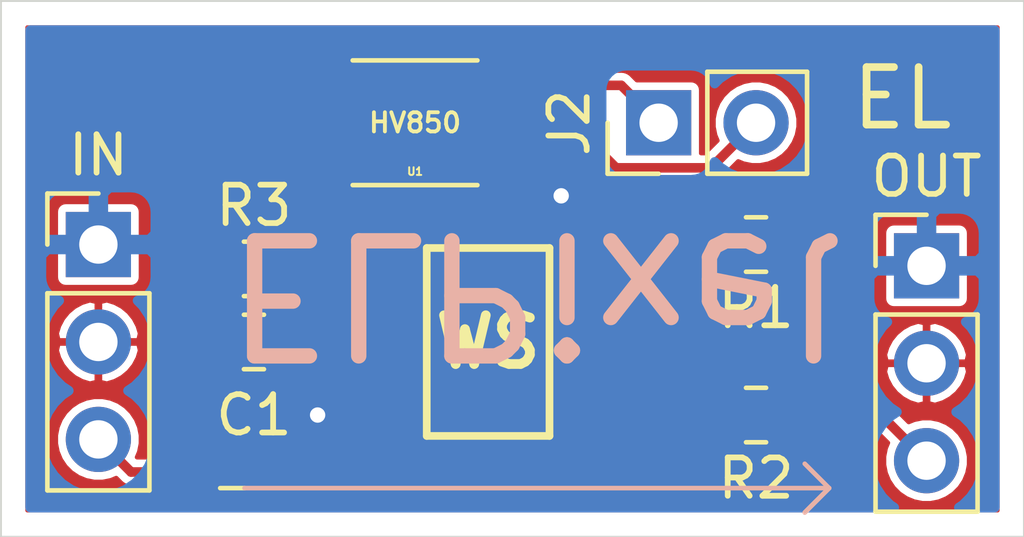
<source format=kicad_pcb>
(kicad_pcb (version 20171130) (host pcbnew 5.1.5+dfsg1-2build2)

  (general
    (thickness 1.6)
    (drawings 15)
    (tracks 34)
    (zones 0)
    (modules 9)
    (nets 11)
  )

  (page A4)
  (layers
    (0 F.Cu signal hide)
    (31 B.Cu signal hide)
    (32 B.Adhes user hide)
    (33 F.Adhes user hide)
    (34 B.Paste user hide)
    (35 F.Paste user hide)
    (36 B.SilkS user hide)
    (37 F.SilkS user)
    (38 B.Mask user)
    (39 F.Mask user hide)
    (40 Dwgs.User user)
    (41 Cmts.User user hide)
    (42 Eco1.User user hide)
    (43 Eco2.User user)
    (44 Edge.Cuts user)
    (45 Margin user)
    (46 B.CrtYd user)
    (47 F.CrtYd user)
    (48 B.Fab user)
    (49 F.Fab user)
  )

  (setup
    (last_trace_width 0.25)
    (trace_clearance 0.1)
    (zone_clearance 0.2)
    (zone_45_only no)
    (trace_min 0.2)
    (via_size 0.8)
    (via_drill 0.4)
    (via_min_size 0.4)
    (via_min_drill 0.3)
    (uvia_size 0.3)
    (uvia_drill 0.1)
    (uvias_allowed no)
    (uvia_min_size 0.2)
    (uvia_min_drill 0.1)
    (edge_width 0.05)
    (segment_width 0.2)
    (pcb_text_width 0.3)
    (pcb_text_size 1.5 1.5)
    (mod_edge_width 0.12)
    (mod_text_size 1 1)
    (mod_text_width 0.15)
    (pad_size 1.524 0.4572)
    (pad_drill 0)
    (pad_to_mask_clearance 0.051)
    (solder_mask_min_width 0.25)
    (aux_axis_origin 0 0)
    (visible_elements FFFDFF7F)
    (pcbplotparams
      (layerselection 0x010fc_ffffffff)
      (usegerberextensions false)
      (usegerberattributes false)
      (usegerberadvancedattributes false)
      (creategerberjobfile false)
      (excludeedgelayer true)
      (linewidth 0.100000)
      (plotframeref false)
      (viasonmask false)
      (mode 1)
      (useauxorigin false)
      (hpglpennumber 1)
      (hpglpenspeed 20)
      (hpglpendiameter 15.000000)
      (psnegative false)
      (psa4output false)
      (plotreference true)
      (plotvalue true)
      (plotinvisibletext false)
      (padsonsilk false)
      (subtractmaskfromsilk false)
      (outputformat 1)
      (mirror false)
      (drillshape 0)
      (scaleselection 1)
      (outputdirectory "v0"))
  )

  (net 0 "")
  (net 1 "Net-(IC1-Pad1)")
  (net 2 GND)
  (net 3 "Net-(IC1-Pad5)")
  (net 4 "Net-(IC1-Pad6)")
  (net 5 "Net-(J3-Pad3)")
  (net 6 "Net-(J1-Pad3)")
  (net 7 +5V)
  (net 8 "Net-(J2-Pad2)")
  (net 9 "Net-(J2-Pad1)")
  (net 10 "Net-(R3-Pad2)")

  (net_class Default "This is the default net class."
    (clearance 0.1)
    (trace_width 0.25)
    (via_dia 0.8)
    (via_drill 0.4)
    (uvia_dia 0.3)
    (uvia_drill 0.1)
    (add_net +5V)
    (add_net GND)
    (add_net "Net-(IC1-Pad1)")
    (add_net "Net-(IC1-Pad5)")
    (add_net "Net-(IC1-Pad6)")
    (add_net "Net-(J1-Pad3)")
    (add_net "Net-(J2-Pad1)")
    (add_net "Net-(J2-Pad2)")
    (add_net "Net-(J3-Pad3)")
    (add_net "Net-(R3-Pad2)")
  )

  (module ul_HV850:HV850MG-G (layer F.Cu) (tedit 6254586D) (tstamp 62556F17)
    (at 145.415 95.885)
    (path /62545F2B)
    (fp_text reference U1 (at 0 1.27) (layer F.SilkS)
      (effects (font (size 0.2 0.2) (thickness 0.05)))
    )
    (fp_text value HV850 (at 0 0) (layer F.SilkS)
      (effects (font (size 0.5 0.5) (thickness 0.1)))
    )
    (fp_arc (start 0 -1.4986) (end -0.3048 -1.4986) (angle -180) (layer F.Fab) (width 0.1))
    (fp_line (start -1.4986 -1.4986) (end -1.4986 1.4986) (layer F.Fab) (width 0.1))
    (fp_line (start 1.4986 -1.4986) (end -1.4986 -1.4986) (layer F.Fab) (width 0.1))
    (fp_line (start 1.4986 1.4986) (end 1.4986 -1.4986) (layer F.Fab) (width 0.1))
    (fp_line (start -1.4986 1.4986) (end 1.4986 1.4986) (layer F.Fab) (width 0.1))
    (fp_line (start 1.6256 -1.6256) (end -1.6256 -1.6256) (layer F.SilkS) (width 0.12))
    (fp_line (start -1.6256 1.6256) (end 1.6256 1.6256) (layer F.SilkS) (width 0.12))
    (fp_line (start 2.4511 -1.1782) (end 1.4986 -1.1782) (layer F.Fab) (width 0.1))
    (fp_line (start 2.4511 -0.7718) (end 2.4511 -1.1782) (layer F.Fab) (width 0.1))
    (fp_line (start 1.4986 -0.7718) (end 2.4511 -0.7718) (layer F.Fab) (width 0.1))
    (fp_line (start 1.4986 -1.1782) (end 1.4986 -0.7718) (layer F.Fab) (width 0.1))
    (fp_line (start 2.4511 -0.5282) (end 1.4986 -0.5282) (layer F.Fab) (width 0.1))
    (fp_line (start 2.4511 -0.1218) (end 2.4511 -0.5282) (layer F.Fab) (width 0.1))
    (fp_line (start 1.4986 -0.1218) (end 2.4511 -0.1218) (layer F.Fab) (width 0.1))
    (fp_line (start 1.4986 -0.5282) (end 1.4986 -0.1218) (layer F.Fab) (width 0.1))
    (fp_line (start 2.4511 0.1218) (end 1.4986 0.1218) (layer F.Fab) (width 0.1))
    (fp_line (start 2.4511 0.5282) (end 2.4511 0.1218) (layer F.Fab) (width 0.1))
    (fp_line (start 1.4986 0.5282) (end 2.4511 0.5282) (layer F.Fab) (width 0.1))
    (fp_line (start 1.4986 0.1218) (end 1.4986 0.5282) (layer F.Fab) (width 0.1))
    (fp_line (start 2.4511 0.7718) (end 1.4986 0.7718) (layer F.Fab) (width 0.1))
    (fp_line (start 2.4511 1.1782) (end 2.4511 0.7718) (layer F.Fab) (width 0.1))
    (fp_line (start 1.4986 1.1782) (end 2.4511 1.1782) (layer F.Fab) (width 0.1))
    (fp_line (start 1.4986 0.7718) (end 1.4986 1.1782) (layer F.Fab) (width 0.1))
    (fp_line (start -2.4511 1.1782) (end -1.4986 1.1782) (layer F.Fab) (width 0.1))
    (fp_line (start -2.4511 0.7718) (end -2.4511 1.1782) (layer F.Fab) (width 0.1))
    (fp_line (start -1.4986 0.7718) (end -2.4511 0.7718) (layer F.Fab) (width 0.1))
    (fp_line (start -1.4986 1.1782) (end -1.4986 0.7718) (layer F.Fab) (width 0.1))
    (fp_line (start -2.4511 0.5282) (end -1.4986 0.5282) (layer F.Fab) (width 0.1))
    (fp_line (start -2.4511 0.1218) (end -2.4511 0.5282) (layer F.Fab) (width 0.1))
    (fp_line (start -1.4986 0.1218) (end -2.4511 0.1218) (layer F.Fab) (width 0.1))
    (fp_line (start -1.4986 0.5282) (end -1.4986 0.1218) (layer F.Fab) (width 0.1))
    (fp_line (start -2.4511 -0.1218) (end -1.4986 -0.1218) (layer F.Fab) (width 0.1))
    (fp_line (start -2.4511 -0.5282) (end -2.4511 -0.1218) (layer F.Fab) (width 0.1))
    (fp_line (start -1.4986 -0.5282) (end -2.4511 -0.5282) (layer F.Fab) (width 0.1))
    (fp_line (start -1.4986 -0.1218) (end -1.4986 -0.5282) (layer F.Fab) (width 0.1))
    (fp_line (start -2.4511 -0.7718) (end -1.4986 -0.7718) (layer F.Fab) (width 0.1))
    (fp_line (start -2.4511 -1.1782) (end -2.4511 -0.7718) (layer F.Fab) (width 0.1))
    (fp_line (start -1.4986 -1.1782) (end -2.4511 -1.1782) (layer F.Fab) (width 0.1))
    (fp_line (start -1.4986 -0.7718) (end -1.4986 -1.1782) (layer F.Fab) (width 0.1))
    (fp_text user "Copyright 2021 Accelerated Designs. All rights reserved." (at 0 0) (layer Cmts.User)
      (effects (font (size 0.127 0.127) (thickness 0.002)))
    )
    (fp_line (start 3.048 -1.778) (end -3.048 -1.778) (layer F.CrtYd) (width 0.12))
    (fp_line (start -3.048 -1.778) (end -3.048 1.778) (layer F.CrtYd) (width 0.12))
    (fp_line (start -3.048 1.778) (end 3.048 1.778) (layer F.CrtYd) (width 0.12))
    (fp_line (start 3.048 1.778) (end 3.048 -1.778) (layer F.CrtYd) (width 0.12))
    (pad 8 smd rect (at 2.0447 -0.974999) (size 1.524 0.4572) (layers F.Cu F.Paste F.Mask)
      (net 9 "Net-(J2-Pad1)"))
    (pad 7 smd rect (at 2.0447 -0.325001) (size 1.524 0.4572) (layers F.Cu F.Paste F.Mask)
      (net 8 "Net-(J2-Pad2)"))
    (pad 6 smd rect (at 2.0447 0.325001) (size 1.524 0.4572) (layers F.Cu F.Paste F.Mask)
      (net 2 GND))
    (pad 5 smd rect (at 2.0447 0.974999) (size 1.524 0.4572) (layers F.Cu F.Paste F.Mask)
      (net 2 GND))
    (pad 4 smd rect (at -2.0447 0.974999) (size 1.524 0.4572) (layers F.Cu F.Paste F.Mask)
      (net 2 GND))
    (pad 3 smd rect (at -2.0447 0.325001) (size 1.524 0.4572) (layers F.Cu F.Paste F.Mask)
      (net 1 "Net-(IC1-Pad1)"))
    (pad 2 smd rect (at -2.0447 -0.325001) (size 1.524 0.4572) (layers F.Cu F.Paste F.Mask)
      (net 10 "Net-(R3-Pad2)"))
    (pad 1 smd rect (at -2.0447 -0.974999) (size 1.524 0.4572) (layers F.Cu F.Paste F.Mask)
      (net 7 +5V))
  )

  (module Connector_PinHeader_2.54mm:PinHeader_1x02_P2.54mm_Vertical (layer F.Cu) (tedit 59FED5CC) (tstamp 6254A815)
    (at 151.765 95.885 90)
    (descr "Through hole straight pin header, 1x02, 2.54mm pitch, single row")
    (tags "Through hole pin header THT 1x02 2.54mm single row")
    (path /62548731)
    (fp_text reference J2 (at 0 -2.33 90) (layer F.SilkS)
      (effects (font (size 1 1) (thickness 0.15)))
    )
    (fp_text value "EL Conn" (at 0 4.87 90) (layer F.Fab)
      (effects (font (size 1 1) (thickness 0.15)))
    )
    (fp_text user %R (at 0 1.27) (layer F.Fab)
      (effects (font (size 1 1) (thickness 0.15)))
    )
    (fp_line (start 1.8 -1.8) (end -1.8 -1.8) (layer F.CrtYd) (width 0.05))
    (fp_line (start 1.8 4.35) (end 1.8 -1.8) (layer F.CrtYd) (width 0.05))
    (fp_line (start -1.8 4.35) (end 1.8 4.35) (layer F.CrtYd) (width 0.05))
    (fp_line (start -1.8 -1.8) (end -1.8 4.35) (layer F.CrtYd) (width 0.05))
    (fp_line (start -1.33 -1.33) (end 0 -1.33) (layer F.SilkS) (width 0.12))
    (fp_line (start -1.33 0) (end -1.33 -1.33) (layer F.SilkS) (width 0.12))
    (fp_line (start -1.33 1.27) (end 1.33 1.27) (layer F.SilkS) (width 0.12))
    (fp_line (start 1.33 1.27) (end 1.33 3.87) (layer F.SilkS) (width 0.12))
    (fp_line (start -1.33 1.27) (end -1.33 3.87) (layer F.SilkS) (width 0.12))
    (fp_line (start -1.33 3.87) (end 1.33 3.87) (layer F.SilkS) (width 0.12))
    (fp_line (start -1.27 -0.635) (end -0.635 -1.27) (layer F.Fab) (width 0.1))
    (fp_line (start -1.27 3.81) (end -1.27 -0.635) (layer F.Fab) (width 0.1))
    (fp_line (start 1.27 3.81) (end -1.27 3.81) (layer F.Fab) (width 0.1))
    (fp_line (start 1.27 -1.27) (end 1.27 3.81) (layer F.Fab) (width 0.1))
    (fp_line (start -0.635 -1.27) (end 1.27 -1.27) (layer F.Fab) (width 0.1))
    (pad 2 thru_hole oval (at 0 2.54 90) (size 1.7 1.7) (drill 1) (layers *.Cu *.Mask)
      (net 8 "Net-(J2-Pad2)"))
    (pad 1 thru_hole rect (at 0 0 90) (size 1.7 1.7) (drill 1) (layers *.Cu *.Mask)
      (net 9 "Net-(J2-Pad1)"))
    (model ${KISYS3DMOD}/Connector_PinHeader_2.54mm.3dshapes/PinHeader_1x02_P2.54mm_Vertical.wrl
      (at (xyz 0 0 0))
      (scale (xyz 1 1 1))
      (rotate (xyz 0 0 0))
    )
  )

  (module Resistor_SMD:R_0805_2012Metric_Pad1.15x1.40mm_HandSolder (layer F.Cu) (tedit 5B36C52B) (tstamp 6254AAF2)
    (at 141.215 99.695)
    (descr "Resistor SMD 0805 (2012 Metric), square (rectangular) end terminal, IPC_7351 nominal with elongated pad for handsoldering. (Body size source: https://docs.google.com/spreadsheets/d/1BsfQQcO9C6DZCsRaXUlFlo91Tg2WpOkGARC1WS5S8t0/edit?usp=sharing), generated with kicad-footprint-generator")
    (tags "resistor handsolder")
    (path /62549F27)
    (attr smd)
    (fp_text reference R3 (at 0 -1.65) (layer F.SilkS)
      (effects (font (size 1 1) (thickness 0.15)))
    )
    (fp_text value 500 (at 0 1.65) (layer F.Fab)
      (effects (font (size 1 1) (thickness 0.15)))
    )
    (fp_line (start -1 0.6) (end -1 -0.6) (layer F.Fab) (width 0.1))
    (fp_line (start -1 -0.6) (end 1 -0.6) (layer F.Fab) (width 0.1))
    (fp_line (start 1 -0.6) (end 1 0.6) (layer F.Fab) (width 0.1))
    (fp_line (start 1 0.6) (end -1 0.6) (layer F.Fab) (width 0.1))
    (fp_line (start -0.261252 -0.71) (end 0.261252 -0.71) (layer F.SilkS) (width 0.12))
    (fp_line (start -0.261252 0.71) (end 0.261252 0.71) (layer F.SilkS) (width 0.12))
    (fp_line (start -1.85 0.95) (end -1.85 -0.95) (layer F.CrtYd) (width 0.05))
    (fp_line (start -1.85 -0.95) (end 1.85 -0.95) (layer F.CrtYd) (width 0.05))
    (fp_line (start 1.85 -0.95) (end 1.85 0.95) (layer F.CrtYd) (width 0.05))
    (fp_line (start 1.85 0.95) (end -1.85 0.95) (layer F.CrtYd) (width 0.05))
    (fp_text user %R (at 0 0) (layer F.Fab)
      (effects (font (size 0.5 0.5) (thickness 0.08)))
    )
    (pad 1 smd roundrect (at -1.025 0) (size 1.15 1.4) (layers F.Cu F.Paste F.Mask) (roundrect_rratio 0.217391)
      (net 7 +5V))
    (pad 2 smd roundrect (at 1.025 0) (size 1.15 1.4) (layers F.Cu F.Paste F.Mask) (roundrect_rratio 0.217391)
      (net 10 "Net-(R3-Pad2)"))
    (model ${KISYS3DMOD}/Resistor_SMD.3dshapes/R_0805_2012Metric.wrl
      (at (xyz 0 0 0))
      (scale (xyz 1 1 1))
      (rotate (xyz 0 0 0))
    )
  )

  (module Capacitor_SMD:C_0805_2012Metric_Pad1.15x1.40mm_HandSolder (layer F.Cu) (tedit 5B36C52B) (tstamp 6254A7B7)
    (at 141.215 101.6)
    (descr "Capacitor SMD 0805 (2012 Metric), square (rectangular) end terminal, IPC_7351 nominal with elongated pad for handsoldering. (Body size source: https://docs.google.com/spreadsheets/d/1BsfQQcO9C6DZCsRaXUlFlo91Tg2WpOkGARC1WS5S8t0/edit?usp=sharing), generated with kicad-footprint-generator")
    (tags "capacitor handsolder")
    (path /62550672)
    (attr smd)
    (fp_text reference C1 (at 0 1.905) (layer F.SilkS)
      (effects (font (size 1 1) (thickness 0.15)))
    )
    (fp_text value 2.2uF (at 0 1.65) (layer F.Fab)
      (effects (font (size 1 1) (thickness 0.15)))
    )
    (fp_line (start -1 0.6) (end -1 -0.6) (layer F.Fab) (width 0.1))
    (fp_line (start -1 -0.6) (end 1 -0.6) (layer F.Fab) (width 0.1))
    (fp_line (start 1 -0.6) (end 1 0.6) (layer F.Fab) (width 0.1))
    (fp_line (start 1 0.6) (end -1 0.6) (layer F.Fab) (width 0.1))
    (fp_line (start -0.261252 -0.71) (end 0.261252 -0.71) (layer F.SilkS) (width 0.12))
    (fp_line (start -0.261252 0.71) (end 0.261252 0.71) (layer F.SilkS) (width 0.12))
    (fp_line (start -1.85 0.95) (end -1.85 -0.95) (layer F.CrtYd) (width 0.05))
    (fp_line (start -1.85 -0.95) (end 1.85 -0.95) (layer F.CrtYd) (width 0.05))
    (fp_line (start 1.85 -0.95) (end 1.85 0.95) (layer F.CrtYd) (width 0.05))
    (fp_line (start 1.85 0.95) (end -1.85 0.95) (layer F.CrtYd) (width 0.05))
    (fp_text user %R (at 0 0) (layer F.Fab)
      (effects (font (size 0.5 0.5) (thickness 0.08)))
    )
    (pad 1 smd roundrect (at -1.025 0) (size 1.15 1.4) (layers F.Cu F.Paste F.Mask) (roundrect_rratio 0.217391)
      (net 7 +5V))
    (pad 2 smd roundrect (at 1.025 0) (size 1.15 1.4) (layers F.Cu F.Paste F.Mask) (roundrect_rratio 0.217391)
      (net 2 GND))
    (model ${KISYS3DMOD}/Capacitor_SMD.3dshapes/C_0805_2012Metric.wrl
      (at (xyz 0 0 0))
      (scale (xyz 1 1 1))
      (rotate (xyz 0 0 0))
    )
  )

  (module WS2811-SOP8:SOIC127P600X175-8N (layer F.Cu) (tedit 624DD724) (tstamp 624E84DE)
    (at 147.32 101.6)
    (descr SOP-8_2021)
    (tags "Integrated Circuit")
    (path /624DF005)
    (attr smd)
    (fp_text reference WS (at 0 0) (layer F.SilkS)
      (effects (font (size 1.27 1.27) (thickness 0.254)))
    )
    (fp_text value WS2811-SOP8 (at 0 0) (layer F.SilkS) hide
      (effects (font (size 1.27 1.27) (thickness 0.254)))
    )
    (fp_line (start -3.725 -2.8) (end 3.725 -2.8) (layer Dwgs.User) (width 0.05))
    (fp_line (start 3.725 -2.8) (end 3.725 2.8) (layer Dwgs.User) (width 0.05))
    (fp_line (start 3.725 2.8) (end -3.725 2.8) (layer Dwgs.User) (width 0.05))
    (fp_line (start -3.725 2.8) (end -3.725 -2.8) (layer Dwgs.User) (width 0.05))
    (fp_line (start -1.95 -2.45) (end 1.95 -2.45) (layer Dwgs.User) (width 0.1))
    (fp_line (start 1.95 -2.45) (end 1.95 2.45) (layer Dwgs.User) (width 0.1))
    (fp_line (start 1.95 2.45) (end -1.95 2.45) (layer Dwgs.User) (width 0.1))
    (fp_line (start -1.95 2.45) (end -1.95 -2.45) (layer Dwgs.User) (width 0.1))
    (fp_line (start -1.95 -1.18) (end -0.68 -2.45) (layer Dwgs.User) (width 0.1))
    (fp_line (start -1.6 -2.45) (end 1.6 -2.45) (layer F.SilkS) (width 0.2))
    (fp_line (start 1.6 -2.45) (end 1.6 2.45) (layer F.SilkS) (width 0.2))
    (fp_line (start 1.6 2.45) (end -1.6 2.45) (layer F.SilkS) (width 0.2))
    (fp_line (start -1.6 2.45) (end -1.6 -2.45) (layer F.SilkS) (width 0.2))
    (fp_line (start -3.475 -2.605) (end -1.95 -2.605) (layer F.SilkS) (width 0.2))
    (pad 1 smd rect (at -2.712 -1.905 90) (size 0.7 1.525) (layers F.Cu F.Paste F.Mask)
      (net 1 "Net-(IC1-Pad1)"))
    (pad 2 smd rect (at -2.712 -0.635 90) (size 0.7 1.525) (layers F.Cu F.Paste F.Mask))
    (pad 3 smd rect (at -2.712 0.635 90) (size 0.7 1.525) (layers F.Cu F.Paste F.Mask))
    (pad 4 smd rect (at -2.712 1.905 90) (size 0.7 1.525) (layers F.Cu F.Paste F.Mask)
      (net 2 GND))
    (pad 5 smd rect (at 2.712 1.905 90) (size 0.7 1.525) (layers F.Cu F.Paste F.Mask)
      (net 3 "Net-(IC1-Pad5)"))
    (pad 6 smd rect (at 2.712 0.635 90) (size 0.7 1.525) (layers F.Cu F.Paste F.Mask)
      (net 4 "Net-(IC1-Pad6)"))
    (pad 7 smd rect (at 2.712 -0.635 90) (size 0.7 1.525) (layers F.Cu F.Paste F.Mask))
    (pad 8 smd rect (at 2.712 -1.905 90) (size 0.7 1.525) (layers F.Cu F.Paste F.Mask)
      (net 7 +5V))
  )

  (module Connector_PinHeader_2.54mm:PinHeader_1x03_P2.54mm_Vertical (layer F.Cu) (tedit 59FED5CC) (tstamp 624E8B55)
    (at 137.16 99.06)
    (descr "Through hole straight pin header, 1x03, 2.54mm pitch, single row")
    (tags "Through hole pin header THT 1x03 2.54mm single row")
    (path /6253D6D1)
    (fp_text reference IN (at 0 -2.33) (layer F.SilkS)
      (effects (font (size 1 1) (thickness 0.15)))
    )
    (fp_text value In_Conn (at 0 7.41) (layer F.Fab)
      (effects (font (size 1 1) (thickness 0.15)))
    )
    (fp_text user %R (at 0 2.54 90) (layer F.Fab)
      (effects (font (size 1 1) (thickness 0.15)))
    )
    (fp_line (start 1.8 -1.8) (end -1.8 -1.8) (layer F.CrtYd) (width 0.05))
    (fp_line (start 1.8 6.85) (end 1.8 -1.8) (layer F.CrtYd) (width 0.05))
    (fp_line (start -1.8 6.85) (end 1.8 6.85) (layer F.CrtYd) (width 0.05))
    (fp_line (start -1.8 -1.8) (end -1.8 6.85) (layer F.CrtYd) (width 0.05))
    (fp_line (start -1.33 -1.33) (end 0 -1.33) (layer F.SilkS) (width 0.12))
    (fp_line (start -1.33 0) (end -1.33 -1.33) (layer F.SilkS) (width 0.12))
    (fp_line (start -1.33 1.27) (end 1.33 1.27) (layer F.SilkS) (width 0.12))
    (fp_line (start 1.33 1.27) (end 1.33 6.41) (layer F.SilkS) (width 0.12))
    (fp_line (start -1.33 1.27) (end -1.33 6.41) (layer F.SilkS) (width 0.12))
    (fp_line (start -1.33 6.41) (end 1.33 6.41) (layer F.SilkS) (width 0.12))
    (fp_line (start -1.27 -0.635) (end -0.635 -1.27) (layer F.Fab) (width 0.1))
    (fp_line (start -1.27 6.35) (end -1.27 -0.635) (layer F.Fab) (width 0.1))
    (fp_line (start 1.27 6.35) (end -1.27 6.35) (layer F.Fab) (width 0.1))
    (fp_line (start 1.27 -1.27) (end 1.27 6.35) (layer F.Fab) (width 0.1))
    (fp_line (start -0.635 -1.27) (end 1.27 -1.27) (layer F.Fab) (width 0.1))
    (pad 3 thru_hole oval (at 0 5.08) (size 1.7 1.7) (drill 1) (layers *.Cu *.Mask)
      (net 6 "Net-(J1-Pad3)"))
    (pad 2 thru_hole oval (at 0 2.54) (size 1.7 1.7) (drill 1) (layers *.Cu *.Mask)
      (net 7 +5V))
    (pad 1 thru_hole rect (at 0 0) (size 1.7 1.7) (drill 1) (layers *.Cu *.Mask)
      (net 2 GND))
    (model ${KISYS3DMOD}/Connector_PinHeader_2.54mm.3dshapes/PinHeader_1x03_P2.54mm_Vertical.wrl
      (at (xyz 0 0 0))
      (scale (xyz 1 1 1))
      (rotate (xyz 0 0 0))
    )
  )

  (module Connector_PinHeader_2.54mm:PinHeader_1x03_P2.54mm_Vertical (layer F.Cu) (tedit 59FED5CC) (tstamp 624E8522)
    (at 158.75 99.615001)
    (descr "Through hole straight pin header, 1x03, 2.54mm pitch, single row")
    (tags "Through hole pin header THT 1x03 2.54mm single row")
    (path /6253D1AE)
    (fp_text reference OUT (at 0 -2.33) (layer F.SilkS)
      (effects (font (size 1 1) (thickness 0.15)))
    )
    (fp_text value Out_Conn (at 0 7.41) (layer F.Fab)
      (effects (font (size 1 1) (thickness 0.15)))
    )
    (fp_line (start -0.635 -1.27) (end 1.27 -1.27) (layer F.Fab) (width 0.1))
    (fp_line (start 1.27 -1.27) (end 1.27 6.35) (layer F.Fab) (width 0.1))
    (fp_line (start 1.27 6.35) (end -1.27 6.35) (layer F.Fab) (width 0.1))
    (fp_line (start -1.27 6.35) (end -1.27 -0.635) (layer F.Fab) (width 0.1))
    (fp_line (start -1.27 -0.635) (end -0.635 -1.27) (layer F.Fab) (width 0.1))
    (fp_line (start -1.33 6.41) (end 1.33 6.41) (layer F.SilkS) (width 0.12))
    (fp_line (start -1.33 1.27) (end -1.33 6.41) (layer F.SilkS) (width 0.12))
    (fp_line (start 1.33 1.27) (end 1.33 6.41) (layer F.SilkS) (width 0.12))
    (fp_line (start -1.33 1.27) (end 1.33 1.27) (layer F.SilkS) (width 0.12))
    (fp_line (start -1.33 0) (end -1.33 -1.33) (layer F.SilkS) (width 0.12))
    (fp_line (start -1.33 -1.33) (end 0 -1.33) (layer F.SilkS) (width 0.12))
    (fp_line (start -1.8 -1.8) (end -1.8 6.85) (layer F.CrtYd) (width 0.05))
    (fp_line (start -1.8 6.85) (end 1.8 6.85) (layer F.CrtYd) (width 0.05))
    (fp_line (start 1.8 6.85) (end 1.8 -1.8) (layer F.CrtYd) (width 0.05))
    (fp_line (start 1.8 -1.8) (end -1.8 -1.8) (layer F.CrtYd) (width 0.05))
    (fp_text user %R (at 0 2.54 90) (layer F.Fab)
      (effects (font (size 1 1) (thickness 0.15)))
    )
    (pad 1 thru_hole rect (at 0 0) (size 1.7 1.7) (drill 1) (layers *.Cu *.Mask)
      (net 2 GND))
    (pad 2 thru_hole oval (at 0 2.54) (size 1.7 1.7) (drill 1) (layers *.Cu *.Mask)
      (net 7 +5V))
    (pad 3 thru_hole oval (at 0 5.08) (size 1.7 1.7) (drill 1) (layers *.Cu *.Mask)
      (net 5 "Net-(J3-Pad3)"))
    (model ${KISYS3DMOD}/Connector_PinHeader_2.54mm.3dshapes/PinHeader_1x03_P2.54mm_Vertical.wrl
      (at (xyz 0 0 0))
      (scale (xyz 1 1 1))
      (rotate (xyz 0 0 0))
    )
  )

  (module Resistor_SMD:R_0805_2012Metric_Pad1.15x1.40mm_HandSolder (layer F.Cu) (tedit 5B36C52B) (tstamp 624E897B)
    (at 154.305 99.06 180)
    (descr "Resistor SMD 0805 (2012 Metric), square (rectangular) end terminal, IPC_7351 nominal with elongated pad for handsoldering. (Body size source: https://docs.google.com/spreadsheets/d/1BsfQQcO9C6DZCsRaXUlFlo91Tg2WpOkGARC1WS5S8t0/edit?usp=sharing), generated with kicad-footprint-generator")
    (tags "resistor handsolder")
    (path /624E106A)
    (attr smd)
    (fp_text reference R1 (at 0 -1.65) (layer F.SilkS)
      (effects (font (size 1 1) (thickness 0.15)))
    )
    (fp_text value 33R (at 0 1.65) (layer F.Fab)
      (effects (font (size 1 1) (thickness 0.15)))
    )
    (fp_text user %R (at 0 0 180) (layer F.Fab)
      (effects (font (size 0.5 0.5) (thickness 0.08)))
    )
    (fp_line (start 1.85 0.95) (end -1.85 0.95) (layer F.CrtYd) (width 0.05))
    (fp_line (start 1.85 -0.95) (end 1.85 0.95) (layer F.CrtYd) (width 0.05))
    (fp_line (start -1.85 -0.95) (end 1.85 -0.95) (layer F.CrtYd) (width 0.05))
    (fp_line (start -1.85 0.95) (end -1.85 -0.95) (layer F.CrtYd) (width 0.05))
    (fp_line (start -0.261252 0.71) (end 0.261252 0.71) (layer F.SilkS) (width 0.12))
    (fp_line (start -0.261252 -0.71) (end 0.261252 -0.71) (layer F.SilkS) (width 0.12))
    (fp_line (start 1 0.6) (end -1 0.6) (layer F.Fab) (width 0.1))
    (fp_line (start 1 -0.6) (end 1 0.6) (layer F.Fab) (width 0.1))
    (fp_line (start -1 -0.6) (end 1 -0.6) (layer F.Fab) (width 0.1))
    (fp_line (start -1 0.6) (end -1 -0.6) (layer F.Fab) (width 0.1))
    (pad 2 smd roundrect (at 1.025 0 180) (size 1.15 1.4) (layers F.Cu F.Paste F.Mask) (roundrect_rratio 0.217391)
      (net 4 "Net-(IC1-Pad6)"))
    (pad 1 smd roundrect (at -1.025 0 180) (size 1.15 1.4) (layers F.Cu F.Paste F.Mask) (roundrect_rratio 0.217391)
      (net 5 "Net-(J3-Pad3)"))
    (model ${KISYS3DMOD}/Resistor_SMD.3dshapes/R_0805_2012Metric.wrl
      (at (xyz 0 0 0))
      (scale (xyz 1 1 1))
      (rotate (xyz 0 0 0))
    )
  )

  (module Resistor_SMD:R_0805_2012Metric_Pad1.15x1.40mm_HandSolder (layer F.Cu) (tedit 5B36C52B) (tstamp 624E8544)
    (at 154.305 103.505 180)
    (descr "Resistor SMD 0805 (2012 Metric), square (rectangular) end terminal, IPC_7351 nominal with elongated pad for handsoldering. (Body size source: https://docs.google.com/spreadsheets/d/1BsfQQcO9C6DZCsRaXUlFlo91Tg2WpOkGARC1WS5S8t0/edit?usp=sharing), generated with kicad-footprint-generator")
    (tags "resistor handsolder")
    (path /624E0BC5)
    (attr smd)
    (fp_text reference R2 (at 0 -1.65) (layer F.SilkS)
      (effects (font (size 1 1) (thickness 0.15)))
    )
    (fp_text value 33R (at 0 1.65) (layer F.Fab)
      (effects (font (size 1 1) (thickness 0.15)))
    )
    (fp_line (start -1 0.6) (end -1 -0.6) (layer F.Fab) (width 0.1))
    (fp_line (start -1 -0.6) (end 1 -0.6) (layer F.Fab) (width 0.1))
    (fp_line (start 1 -0.6) (end 1 0.6) (layer F.Fab) (width 0.1))
    (fp_line (start 1 0.6) (end -1 0.6) (layer F.Fab) (width 0.1))
    (fp_line (start -0.261252 -0.71) (end 0.261252 -0.71) (layer F.SilkS) (width 0.12))
    (fp_line (start -0.261252 0.71) (end 0.261252 0.71) (layer F.SilkS) (width 0.12))
    (fp_line (start -1.85 0.95) (end -1.85 -0.95) (layer F.CrtYd) (width 0.05))
    (fp_line (start -1.85 -0.95) (end 1.85 -0.95) (layer F.CrtYd) (width 0.05))
    (fp_line (start 1.85 -0.95) (end 1.85 0.95) (layer F.CrtYd) (width 0.05))
    (fp_line (start 1.85 0.95) (end -1.85 0.95) (layer F.CrtYd) (width 0.05))
    (fp_text user %R (at 0 0) (layer F.Fab)
      (effects (font (size 0.5 0.5) (thickness 0.08)))
    )
    (pad 1 smd roundrect (at -1.025 0 180) (size 1.15 1.4) (layers F.Cu F.Paste F.Mask) (roundrect_rratio 0.217391)
      (net 6 "Net-(J1-Pad3)"))
    (pad 2 smd roundrect (at 1.025 0 180) (size 1.15 1.4) (layers F.Cu F.Paste F.Mask) (roundrect_rratio 0.217391)
      (net 3 "Net-(IC1-Pad5)"))
    (model ${KISYS3DMOD}/Resistor_SMD.3dshapes/R_0805_2012Metric.wrl
      (at (xyz 0 0 0))
      (scale (xyz 1 1 1))
      (rotate (xyz 0 0 0))
    )
  )

  (gr_line (start 155.575 104.775) (end 156.21 105.41) (layer B.SilkS) (width 0.12) (tstamp 6255B656))
  (gr_line (start 155.575 106.045) (end 156.21 105.41) (layer B.SilkS) (width 0.12) (tstamp 6255B655))
  (gr_line (start 156.21 105.41) (end 155.575 106.045) (layer B.SilkS) (width 0.12))
  (gr_line (start 140.97 105.41) (end 156.21 105.41) (layer B.SilkS) (width 0.12))
  (gr_line (start 140.335 105.41) (end 140.97 105.41) (layer F.SilkS) (width 0.12))
  (gr_text EL (at 158.115 95.25) (layer F.SilkS)
    (effects (font (size 1.5 1.5) (thickness 0.2)))
  )
  (gr_text ELPixel (at 148.59 100.33 180) (layer B.SilkS)
    (effects (font (size 3 3) (thickness 0.4)) (justify mirror))
  )
  (gr_line (start 134.62 106.68) (end 161.29 106.68) (layer Edge.Cuts) (width 0.05) (tstamp 624E8B8F))
  (gr_line (start 134.62 92.71) (end 134.62 106.68) (layer Edge.Cuts) (width 0.05))
  (gr_line (start 161.29 92.71) (end 134.62 92.71) (layer Edge.Cuts) (width 0.05))
  (gr_line (start 161.29 106.68) (end 161.29 92.71) (layer Edge.Cuts) (width 0.05))
  (gr_line (start 133.35 107.95) (end 133.35 92.71) (layer Eco1.User) (width 0.15) (tstamp 624E8B81))
  (gr_line (start 167.64 107.95) (end 133.35 107.95) (layer Eco1.User) (width 0.15))
  (gr_line (start 167.64 92.71) (end 167.64 107.95) (layer Eco1.User) (width 0.15))
  (gr_line (start 133.35 92.71) (end 167.64 92.71) (layer Eco1.User) (width 0.15))

  (segment (start 144.608 96.522097) (end 144.608 99.695) (width 0.25) (layer F.Cu) (net 1) (status 20))
  (segment (start 144.295904 96.210001) (end 144.608 96.522097) (width 0.25) (layer F.Cu) (net 1))
  (segment (start 143.3703 96.210001) (end 144.295904 96.210001) (width 0.25) (layer F.Cu) (net 1) (status 10))
  (via (at 142.875 103.505) (size 0.8) (drill 0.4) (layers F.Cu B.Cu) (net 2))
  (segment (start 142.875 103.505) (end 144.608 103.505) (width 0.25) (layer F.Cu) (net 2) (status 20))
  (segment (start 137.545001 99.615001) (end 136.445001 99.615001) (width 0.25) (layer F.Cu) (net 2) (status 30))
  (segment (start 142.875 101.66) (end 142.875 103.505) (width 0.25) (layer F.Cu) (net 2))
  (segment (start 142.815 101.6) (end 142.875 101.66) (width 0.25) (layer F.Cu) (net 2))
  (segment (start 143.3703 101.0447) (end 143.3703 96.859999) (width 0.25) (layer F.Cu) (net 2) (status 20))
  (segment (start 142.815 101.6) (end 143.3703 101.0447) (width 0.25) (layer F.Cu) (net 2))
  (segment (start 142.24 101.6) (end 142.815 101.6) (width 0.25) (layer F.Cu) (net 2) (status 10))
  (segment (start 147.4597 96.210001) (end 147.4597 96.859999) (width 0.25) (layer F.Cu) (net 2) (status 30))
  (via (at 149.225 97.79) (size 0.8) (drill 0.4) (layers F.Cu B.Cu) (net 2))
  (segment (start 148.294999 96.859999) (end 149.225 97.79) (width 0.25) (layer F.Cu) (net 2))
  (segment (start 147.4597 96.859999) (end 148.294999 96.859999) (width 0.25) (layer F.Cu) (net 2) (status 10))
  (segment (start 150.032 103.505) (end 153.28 103.505) (width 0.25) (layer F.Cu) (net 3) (status 30))
  (segment (start 151.0445 102.235) (end 150.032 102.235) (width 0.25) (layer F.Cu) (net 4) (status 20))
  (segment (start 153.28 99.9995) (end 151.0445 102.235) (width 0.25) (layer F.Cu) (net 4))
  (segment (start 153.28 99.06) (end 153.28 99.9995) (width 0.25) (layer F.Cu) (net 4) (status 10))
  (segment (start 155.33 101.275001) (end 158.75 104.695001) (width 0.25) (layer F.Cu) (net 5) (status 20))
  (segment (start 155.33 99.06) (end 155.33 101.275001) (width 0.25) (layer F.Cu) (net 5) (status 10))
  (segment (start 155.33 104.205) (end 155.33 103.505) (width 0.25) (layer F.Cu) (net 6) (status 20))
  (segment (start 154.545001 104.989999) (end 155.33 104.205) (width 0.25) (layer F.Cu) (net 6))
  (segment (start 138.009999 104.989999) (end 154.545001 104.989999) (width 0.25) (layer F.Cu) (net 6))
  (segment (start 137.16 104.14) (end 138.009999 104.989999) (width 0.25) (layer F.Cu) (net 6) (status 10))
  (segment (start 153.129999 97.060001) (end 154.305 95.885) (width 0.25) (layer F.Cu) (net 8) (status 20))
  (segment (start 150.654999 97.060001) (end 153.129999 97.060001) (width 0.25) (layer F.Cu) (net 8))
  (segment (start 149.154997 95.559999) (end 150.654999 97.060001) (width 0.25) (layer F.Cu) (net 8))
  (segment (start 147.4597 95.559999) (end 149.154997 95.559999) (width 0.25) (layer F.Cu) (net 8) (status 10))
  (segment (start 150.790001 94.910001) (end 151.765 95.885) (width 0.25) (layer F.Cu) (net 9) (status 20))
  (segment (start 147.4597 94.910001) (end 150.790001 94.910001) (width 0.25) (layer F.Cu) (net 9) (status 10))
  (segment (start 142.3583 95.559999) (end 143.3703 95.559999) (width 0.25) (layer F.Cu) (net 10) (status 20))
  (segment (start 142.24 95.678299) (end 142.3583 95.559999) (width 0.25) (layer F.Cu) (net 10))
  (segment (start 142.24 99.695) (end 142.24 95.678299) (width 0.25) (layer F.Cu) (net 10) (status 10))

  (zone (net 2) (net_name GND) (layer B.Cu) (tstamp 6255B4A0) (hatch edge 0.508)
    (connect_pads (clearance 0.508))
    (min_thickness 0.254)
    (fill yes (arc_segments 32) (thermal_gap 0.508) (thermal_bridge_width 0.508))
    (polygon
      (pts
        (xy 160.655 106.045) (xy 135.255 106.045) (xy 135.255 93.345) (xy 160.655 93.345)
      )
    )
    (filled_polygon
      (pts
        (xy 160.528 105.918) (xy 159.592582 105.918) (xy 159.696632 105.848476) (xy 159.903475 105.641633) (xy 160.06599 105.398412)
        (xy 160.177932 105.128159) (xy 160.235 104.841261) (xy 160.235 104.548741) (xy 160.177932 104.261843) (xy 160.06599 103.99159)
        (xy 159.903475 103.748369) (xy 159.696632 103.541526) (xy 159.52224 103.425001) (xy 159.696632 103.308476) (xy 159.903475 103.101633)
        (xy 160.06599 102.858412) (xy 160.177932 102.588159) (xy 160.235 102.301261) (xy 160.235 102.008741) (xy 160.177932 101.721843)
        (xy 160.06599 101.45159) (xy 159.903475 101.208369) (xy 159.77162 101.076514) (xy 159.84418 101.054503) (xy 159.954494 100.995538)
        (xy 160.051185 100.916186) (xy 160.130537 100.819495) (xy 160.189502 100.709181) (xy 160.225812 100.589483) (xy 160.238072 100.465001)
        (xy 160.235 99.900751) (xy 160.07625 99.742001) (xy 158.877 99.742001) (xy 158.877 99.762001) (xy 158.623 99.762001)
        (xy 158.623 99.742001) (xy 157.42375 99.742001) (xy 157.265 99.900751) (xy 157.261928 100.465001) (xy 157.274188 100.589483)
        (xy 157.310498 100.709181) (xy 157.369463 100.819495) (xy 157.448815 100.916186) (xy 157.545506 100.995538) (xy 157.65582 101.054503)
        (xy 157.72838 101.076514) (xy 157.596525 101.208369) (xy 157.43401 101.45159) (xy 157.322068 101.721843) (xy 157.265 102.008741)
        (xy 157.265 102.301261) (xy 157.322068 102.588159) (xy 157.43401 102.858412) (xy 157.596525 103.101633) (xy 157.803368 103.308476)
        (xy 157.97776 103.425001) (xy 157.803368 103.541526) (xy 157.596525 103.748369) (xy 157.43401 103.99159) (xy 157.322068 104.261843)
        (xy 157.265 104.548741) (xy 157.265 104.841261) (xy 157.322068 105.128159) (xy 157.43401 105.398412) (xy 157.596525 105.641633)
        (xy 157.803368 105.848476) (xy 157.907418 105.918) (xy 135.382 105.918) (xy 135.382 99.91) (xy 135.671928 99.91)
        (xy 135.684188 100.034482) (xy 135.720498 100.15418) (xy 135.779463 100.264494) (xy 135.858815 100.361185) (xy 135.955506 100.440537)
        (xy 136.06582 100.499502) (xy 136.13838 100.521513) (xy 136.006525 100.653368) (xy 135.84401 100.896589) (xy 135.732068 101.166842)
        (xy 135.675 101.45374) (xy 135.675 101.74626) (xy 135.732068 102.033158) (xy 135.84401 102.303411) (xy 136.006525 102.546632)
        (xy 136.213368 102.753475) (xy 136.38776 102.87) (xy 136.213368 102.986525) (xy 136.006525 103.193368) (xy 135.84401 103.436589)
        (xy 135.732068 103.706842) (xy 135.675 103.99374) (xy 135.675 104.28626) (xy 135.732068 104.573158) (xy 135.84401 104.843411)
        (xy 136.006525 105.086632) (xy 136.213368 105.293475) (xy 136.456589 105.45599) (xy 136.726842 105.567932) (xy 137.01374 105.625)
        (xy 137.30626 105.625) (xy 137.593158 105.567932) (xy 137.863411 105.45599) (xy 138.106632 105.293475) (xy 138.313475 105.086632)
        (xy 138.47599 104.843411) (xy 138.587932 104.573158) (xy 138.645 104.28626) (xy 138.645 103.99374) (xy 138.587932 103.706842)
        (xy 138.47599 103.436589) (xy 138.313475 103.193368) (xy 138.106632 102.986525) (xy 137.93224 102.87) (xy 138.106632 102.753475)
        (xy 138.313475 102.546632) (xy 138.47599 102.303411) (xy 138.587932 102.033158) (xy 138.645 101.74626) (xy 138.645 101.45374)
        (xy 138.587932 101.166842) (xy 138.47599 100.896589) (xy 138.313475 100.653368) (xy 138.18162 100.521513) (xy 138.25418 100.499502)
        (xy 138.364494 100.440537) (xy 138.461185 100.361185) (xy 138.540537 100.264494) (xy 138.599502 100.15418) (xy 138.635812 100.034482)
        (xy 138.648072 99.91) (xy 138.645 99.34575) (xy 138.48625 99.187) (xy 137.287 99.187) (xy 137.287 99.207)
        (xy 137.033 99.207) (xy 137.033 99.187) (xy 135.83375 99.187) (xy 135.675 99.34575) (xy 135.671928 99.91)
        (xy 135.382 99.91) (xy 135.382 98.21) (xy 135.671928 98.21) (xy 135.675 98.77425) (xy 135.83375 98.933)
        (xy 137.033 98.933) (xy 137.033 97.73375) (xy 137.287 97.73375) (xy 137.287 98.933) (xy 138.48625 98.933)
        (xy 138.645 98.77425) (xy 138.64505 98.765001) (xy 157.261928 98.765001) (xy 157.265 99.329251) (xy 157.42375 99.488001)
        (xy 158.623 99.488001) (xy 158.623 98.288751) (xy 158.877 98.288751) (xy 158.877 99.488001) (xy 160.07625 99.488001)
        (xy 160.235 99.329251) (xy 160.238072 98.765001) (xy 160.225812 98.640519) (xy 160.189502 98.520821) (xy 160.130537 98.410507)
        (xy 160.051185 98.313816) (xy 159.954494 98.234464) (xy 159.84418 98.175499) (xy 159.724482 98.139189) (xy 159.6 98.126929)
        (xy 159.03575 98.130001) (xy 158.877 98.288751) (xy 158.623 98.288751) (xy 158.46425 98.130001) (xy 157.9 98.126929)
        (xy 157.775518 98.139189) (xy 157.65582 98.175499) (xy 157.545506 98.234464) (xy 157.448815 98.313816) (xy 157.369463 98.410507)
        (xy 157.310498 98.520821) (xy 157.274188 98.640519) (xy 157.261928 98.765001) (xy 138.64505 98.765001) (xy 138.648072 98.21)
        (xy 138.635812 98.085518) (xy 138.599502 97.96582) (xy 138.540537 97.855506) (xy 138.461185 97.758815) (xy 138.364494 97.679463)
        (xy 138.25418 97.620498) (xy 138.134482 97.584188) (xy 138.01 97.571928) (xy 137.44575 97.575) (xy 137.287 97.73375)
        (xy 137.033 97.73375) (xy 136.87425 97.575) (xy 136.31 97.571928) (xy 136.185518 97.584188) (xy 136.06582 97.620498)
        (xy 135.955506 97.679463) (xy 135.858815 97.758815) (xy 135.779463 97.855506) (xy 135.720498 97.96582) (xy 135.684188 98.085518)
        (xy 135.671928 98.21) (xy 135.382 98.21) (xy 135.382 95.035) (xy 150.276928 95.035) (xy 150.276928 96.735)
        (xy 150.289188 96.859482) (xy 150.325498 96.97918) (xy 150.384463 97.089494) (xy 150.463815 97.186185) (xy 150.560506 97.265537)
        (xy 150.67082 97.324502) (xy 150.790518 97.360812) (xy 150.915 97.373072) (xy 152.615 97.373072) (xy 152.739482 97.360812)
        (xy 152.85918 97.324502) (xy 152.969494 97.265537) (xy 153.066185 97.186185) (xy 153.145537 97.089494) (xy 153.204502 96.97918)
        (xy 153.226513 96.90662) (xy 153.358368 97.038475) (xy 153.601589 97.20099) (xy 153.871842 97.312932) (xy 154.15874 97.37)
        (xy 154.45126 97.37) (xy 154.738158 97.312932) (xy 155.008411 97.20099) (xy 155.251632 97.038475) (xy 155.458475 96.831632)
        (xy 155.62099 96.588411) (xy 155.732932 96.318158) (xy 155.79 96.03126) (xy 155.79 95.73874) (xy 155.732932 95.451842)
        (xy 155.62099 95.181589) (xy 155.458475 94.938368) (xy 155.251632 94.731525) (xy 155.008411 94.56901) (xy 154.738158 94.457068)
        (xy 154.45126 94.4) (xy 154.15874 94.4) (xy 153.871842 94.457068) (xy 153.601589 94.56901) (xy 153.358368 94.731525)
        (xy 153.226513 94.86338) (xy 153.204502 94.79082) (xy 153.145537 94.680506) (xy 153.066185 94.583815) (xy 152.969494 94.504463)
        (xy 152.85918 94.445498) (xy 152.739482 94.409188) (xy 152.615 94.396928) (xy 150.915 94.396928) (xy 150.790518 94.409188)
        (xy 150.67082 94.445498) (xy 150.560506 94.504463) (xy 150.463815 94.583815) (xy 150.384463 94.680506) (xy 150.325498 94.79082)
        (xy 150.289188 94.910518) (xy 150.276928 95.035) (xy 135.382 95.035) (xy 135.382 93.472) (xy 160.528 93.472)
      )
    )
  )
  (zone (net 7) (net_name +5V) (layer F.Cu) (tstamp 6255B49D) (hatch edge 0.508)
    (connect_pads (clearance 0.2))
    (min_thickness 0.1)
    (fill yes (arc_segments 32) (thermal_gap 0.2) (thermal_bridge_width 0.2))
    (polygon
      (pts
        (xy 160.655 106.045) (xy 135.255 106.045) (xy 135.255 93.345) (xy 160.655 93.345)
      )
    )
    (filled_polygon
      (pts
        (xy 160.605 105.995) (xy 135.305 105.995) (xy 135.305 104.031659) (xy 136.06 104.031659) (xy 136.06 104.248341)
        (xy 136.102273 104.460858) (xy 136.185193 104.661045) (xy 136.305575 104.841209) (xy 136.458791 104.994425) (xy 136.638955 105.114807)
        (xy 136.839142 105.197727) (xy 137.051659 105.24) (xy 137.268341 105.24) (xy 137.480858 105.197727) (xy 137.626903 105.137233)
        (xy 137.731808 105.242138) (xy 137.743551 105.256447) (xy 137.800652 105.303308) (xy 137.865799 105.33813) (xy 137.936486 105.359573)
        (xy 137.99158 105.364999) (xy 137.991582 105.364999) (xy 138.009998 105.366813) (xy 138.028414 105.364999) (xy 154.526585 105.364999)
        (xy 154.545001 105.366813) (xy 154.563417 105.364999) (xy 154.56342 105.364999) (xy 154.618514 105.359573) (xy 154.689201 105.33813)
        (xy 154.754348 105.303308) (xy 154.811449 105.256447) (xy 154.823196 105.242133) (xy 155.582146 104.483185) (xy 155.596448 104.471448)
        (xy 155.608186 104.457145) (xy 155.608189 104.457142) (xy 155.608955 104.456209) (xy 155.655001 104.456209) (xy 155.752782 104.446578)
        (xy 155.846805 104.418057) (xy 155.933457 104.37174) (xy 156.009409 104.309409) (xy 156.07174 104.233457) (xy 156.118057 104.146805)
        (xy 156.146578 104.052782) (xy 156.156209 103.955001) (xy 156.156209 103.054999) (xy 156.146578 102.957218) (xy 156.118057 102.863195)
        (xy 156.07174 102.776543) (xy 156.009409 102.700591) (xy 155.933457 102.63826) (xy 155.846805 102.591943) (xy 155.752782 102.563422)
        (xy 155.655001 102.553791) (xy 155.004999 102.553791) (xy 154.907218 102.563422) (xy 154.813195 102.591943) (xy 154.726543 102.63826)
        (xy 154.650591 102.700591) (xy 154.58826 102.776543) (xy 154.541943 102.863195) (xy 154.513422 102.957218) (xy 154.503791 103.054999)
        (xy 154.503791 103.955001) (xy 154.513422 104.052782) (xy 154.541943 104.146805) (xy 154.58826 104.233457) (xy 154.650591 104.309409)
        (xy 154.675126 104.329544) (xy 154.389672 104.614999) (xy 138.165329 104.614999) (xy 138.157233 104.606903) (xy 138.217727 104.460858)
        (xy 138.26 104.248341) (xy 138.26 104.031659) (xy 138.217727 103.819142) (xy 138.134807 103.618955) (xy 138.014425 103.438791)
        (xy 137.861209 103.285575) (xy 137.681045 103.165193) (xy 137.480858 103.082273) (xy 137.268341 103.04) (xy 137.051659 103.04)
        (xy 136.839142 103.082273) (xy 136.638955 103.165193) (xy 136.458791 103.285575) (xy 136.305575 103.438791) (xy 136.185193 103.618955)
        (xy 136.102273 103.819142) (xy 136.06 104.031659) (xy 135.305 104.031659) (xy 135.305 101.821284) (xy 136.082488 101.821284)
        (xy 136.14114 102.014644) (xy 136.24161 102.205446) (xy 136.377373 102.372982) (xy 136.543212 102.510812) (xy 136.732754 102.61364)
        (xy 136.938715 102.677515) (xy 137.11 102.636366) (xy 137.11 101.65) (xy 137.21 101.65) (xy 137.21 102.636366)
        (xy 137.381285 102.677515) (xy 137.587246 102.61364) (xy 137.776788 102.510812) (xy 137.942627 102.372982) (xy 138.001768 102.3)
        (xy 139.36379 102.3) (xy 139.368617 102.349009) (xy 139.382912 102.396134) (xy 139.406127 102.439565) (xy 139.437368 102.477632)
        (xy 139.475435 102.508873) (xy 139.518866 102.532088) (xy 139.565991 102.546383) (xy 139.615 102.55121) (xy 140.0775 102.55)
        (xy 140.14 102.4875) (xy 140.14 101.65) (xy 140.24 101.65) (xy 140.24 102.4875) (xy 140.3025 102.55)
        (xy 140.765 102.55121) (xy 140.814009 102.546383) (xy 140.861134 102.532088) (xy 140.904565 102.508873) (xy 140.942632 102.477632)
        (xy 140.973873 102.439565) (xy 140.997088 102.396134) (xy 141.011383 102.349009) (xy 141.01621 102.3) (xy 141.015 101.7125)
        (xy 140.9525 101.65) (xy 140.24 101.65) (xy 140.14 101.65) (xy 139.4275 101.65) (xy 139.365 101.7125)
        (xy 139.36379 102.3) (xy 138.001768 102.3) (xy 138.07839 102.205446) (xy 138.17886 102.014644) (xy 138.237512 101.821284)
        (xy 138.196294 101.65) (xy 137.21 101.65) (xy 137.11 101.65) (xy 136.123706 101.65) (xy 136.082488 101.821284)
        (xy 135.305 101.821284) (xy 135.305 101.378716) (xy 136.082488 101.378716) (xy 136.123706 101.55) (xy 137.11 101.55)
        (xy 137.11 100.563634) (xy 137.21 100.563634) (xy 137.21 101.55) (xy 138.196294 101.55) (xy 138.237512 101.378716)
        (xy 138.17886 101.185356) (xy 138.07839 100.994554) (xy 138.001769 100.9) (xy 139.36379 100.9) (xy 139.365 101.4875)
        (xy 139.4275 101.55) (xy 140.14 101.55) (xy 140.14 100.7125) (xy 140.24 100.7125) (xy 140.24 101.55)
        (xy 140.9525 101.55) (xy 141.015 101.4875) (xy 141.01621 100.9) (xy 141.011383 100.850991) (xy 140.997088 100.803866)
        (xy 140.973873 100.760435) (xy 140.942632 100.722368) (xy 140.904565 100.691127) (xy 140.861134 100.667912) (xy 140.814009 100.653617)
        (xy 140.765 100.64879) (xy 140.3025 100.65) (xy 140.24 100.7125) (xy 140.14 100.7125) (xy 140.0775 100.65)
        (xy 139.615 100.64879) (xy 139.565991 100.653617) (xy 139.518866 100.667912) (xy 139.475435 100.691127) (xy 139.437368 100.722368)
        (xy 139.406127 100.760435) (xy 139.382912 100.803866) (xy 139.368617 100.850991) (xy 139.36379 100.9) (xy 138.001769 100.9)
        (xy 137.942627 100.827018) (xy 137.776788 100.689188) (xy 137.587246 100.58636) (xy 137.381285 100.522485) (xy 137.21 100.563634)
        (xy 137.11 100.563634) (xy 136.938715 100.522485) (xy 136.732754 100.58636) (xy 136.543212 100.689188) (xy 136.377373 100.827018)
        (xy 136.24161 100.994554) (xy 136.14114 101.185356) (xy 136.082488 101.378716) (xy 135.305 101.378716) (xy 135.305 100.395)
        (xy 139.36379 100.395) (xy 139.368617 100.444009) (xy 139.382912 100.491134) (xy 139.406127 100.534565) (xy 139.437368 100.572632)
        (xy 139.475435 100.603873) (xy 139.518866 100.627088) (xy 139.565991 100.641383) (xy 139.615 100.64621) (xy 140.0775 100.645)
        (xy 140.14 100.5825) (xy 140.14 99.745) (xy 140.24 99.745) (xy 140.24 100.5825) (xy 140.3025 100.645)
        (xy 140.765 100.64621) (xy 140.814009 100.641383) (xy 140.861134 100.627088) (xy 140.904565 100.603873) (xy 140.942632 100.572632)
        (xy 140.973873 100.534565) (xy 140.997088 100.491134) (xy 141.011383 100.444009) (xy 141.01621 100.395) (xy 141.015 99.8075)
        (xy 140.9525 99.745) (xy 140.24 99.745) (xy 140.14 99.745) (xy 139.4275 99.745) (xy 139.365 99.8075)
        (xy 139.36379 100.395) (xy 135.305 100.395) (xy 135.305 98.21) (xy 136.058791 98.21) (xy 136.058791 99.91)
        (xy 136.063618 99.959008) (xy 136.077913 100.006134) (xy 136.101127 100.049564) (xy 136.132368 100.087632) (xy 136.170436 100.118873)
        (xy 136.213866 100.142087) (xy 136.260992 100.156382) (xy 136.31 100.161209) (xy 138.01 100.161209) (xy 138.059008 100.156382)
        (xy 138.106134 100.142087) (xy 138.149564 100.118873) (xy 138.187632 100.087632) (xy 138.218873 100.049564) (xy 138.242087 100.006134)
        (xy 138.256382 99.959008) (xy 138.261209 99.91) (xy 138.261209 98.995) (xy 139.36379 98.995) (xy 139.365 99.5825)
        (xy 139.4275 99.645) (xy 140.14 99.645) (xy 140.14 98.8075) (xy 140.24 98.8075) (xy 140.24 99.645)
        (xy 140.9525 99.645) (xy 141.015 99.5825) (xy 141.015695 99.244999) (xy 141.413791 99.244999) (xy 141.413791 100.145001)
        (xy 141.423422 100.242782) (xy 141.451943 100.336805) (xy 141.49826 100.423457) (xy 141.560591 100.499409) (xy 141.636543 100.56174)
        (xy 141.723195 100.608057) (xy 141.817218 100.636578) (xy 141.914999 100.646209) (xy 142.565001 100.646209) (xy 142.662782 100.636578)
        (xy 142.756805 100.608057) (xy 142.843457 100.56174) (xy 142.919409 100.499409) (xy 142.98174 100.423457) (xy 142.9953 100.398088)
        (xy 142.9953 100.88937) (xy 142.992673 100.891997) (xy 142.98174 100.871543) (xy 142.919409 100.795591) (xy 142.843457 100.73326)
        (xy 142.756805 100.686943) (xy 142.662782 100.658422) (xy 142.565001 100.648791) (xy 141.914999 100.648791) (xy 141.817218 100.658422)
        (xy 141.723195 100.686943) (xy 141.636543 100.73326) (xy 141.560591 100.795591) (xy 141.49826 100.871543) (xy 141.451943 100.958195)
        (xy 141.423422 101.052218) (xy 141.413791 101.149999) (xy 141.413791 102.050001) (xy 141.423422 102.147782) (xy 141.451943 102.241805)
        (xy 141.49826 102.328457) (xy 141.560591 102.404409) (xy 141.636543 102.46674) (xy 141.723195 102.513057) (xy 141.817218 102.541578)
        (xy 141.914999 102.551209) (xy 142.5 102.551209) (xy 142.500001 102.973818) (xy 142.460649 103.000112) (xy 142.370112 103.090649)
        (xy 142.298978 103.19711) (xy 142.249979 103.315402) (xy 142.225 103.440981) (xy 142.225 103.569019) (xy 142.249979 103.694598)
        (xy 142.298978 103.81289) (xy 142.370112 103.919351) (xy 142.460649 104.009888) (xy 142.56711 104.081022) (xy 142.685402 104.130021)
        (xy 142.810981 104.155) (xy 142.939019 104.155) (xy 143.064598 104.130021) (xy 143.18289 104.081022) (xy 143.289351 104.009888)
        (xy 143.379888 103.919351) (xy 143.406181 103.88) (xy 143.596753 103.88) (xy 143.599118 103.904008) (xy 143.613413 103.951134)
        (xy 143.636627 103.994564) (xy 143.667868 104.032632) (xy 143.705936 104.063873) (xy 143.749366 104.087087) (xy 143.796492 104.101382)
        (xy 143.8455 104.106209) (xy 145.3705 104.106209) (xy 145.419508 104.101382) (xy 145.466634 104.087087) (xy 145.510064 104.063873)
        (xy 145.548132 104.032632) (xy 145.579373 103.994564) (xy 145.602587 103.951134) (xy 145.616882 103.904008) (xy 145.621709 103.855)
        (xy 145.621709 103.155) (xy 149.018291 103.155) (xy 149.018291 103.855) (xy 149.023118 103.904008) (xy 149.037413 103.951134)
        (xy 149.060627 103.994564) (xy 149.091868 104.032632) (xy 149.129936 104.063873) (xy 149.173366 104.087087) (xy 149.220492 104.101382)
        (xy 149.2695 104.106209) (xy 150.7945 104.106209) (xy 150.843508 104.101382) (xy 150.890634 104.087087) (xy 150.934064 104.063873)
        (xy 150.972132 104.032632) (xy 151.003373 103.994564) (xy 151.026587 103.951134) (xy 151.040882 103.904008) (xy 151.043247 103.88)
        (xy 152.453791 103.88) (xy 152.453791 103.955001) (xy 152.463422 104.052782) (xy 152.491943 104.146805) (xy 152.53826 104.233457)
        (xy 152.600591 104.309409) (xy 152.676543 104.37174) (xy 152.763195 104.418057) (xy 152.857218 104.446578) (xy 152.954999 104.456209)
        (xy 153.605001 104.456209) (xy 153.702782 104.446578) (xy 153.796805 104.418057) (xy 153.883457 104.37174) (xy 153.959409 104.309409)
        (xy 154.02174 104.233457) (xy 154.068057 104.146805) (xy 154.096578 104.052782) (xy 154.106209 103.955001) (xy 154.106209 103.054999)
        (xy 154.096578 102.957218) (xy 154.068057 102.863195) (xy 154.02174 102.776543) (xy 153.959409 102.700591) (xy 153.883457 102.63826)
        (xy 153.796805 102.591943) (xy 153.702782 102.563422) (xy 153.605001 102.553791) (xy 152.954999 102.553791) (xy 152.857218 102.563422)
        (xy 152.763195 102.591943) (xy 152.676543 102.63826) (xy 152.600591 102.700591) (xy 152.53826 102.776543) (xy 152.491943 102.863195)
        (xy 152.463422 102.957218) (xy 152.453791 103.054999) (xy 152.453791 103.13) (xy 151.043247 103.13) (xy 151.040882 103.105992)
        (xy 151.026587 103.058866) (xy 151.003373 103.015436) (xy 150.972132 102.977368) (xy 150.934064 102.946127) (xy 150.890634 102.922913)
        (xy 150.843508 102.908618) (xy 150.7945 102.903791) (xy 149.2695 102.903791) (xy 149.220492 102.908618) (xy 149.173366 102.922913)
        (xy 149.129936 102.946127) (xy 149.091868 102.977368) (xy 149.060627 103.015436) (xy 149.037413 103.058866) (xy 149.023118 103.105992)
        (xy 149.018291 103.155) (xy 145.621709 103.155) (xy 145.616882 103.105992) (xy 145.602587 103.058866) (xy 145.579373 103.015436)
        (xy 145.548132 102.977368) (xy 145.510064 102.946127) (xy 145.466634 102.922913) (xy 145.419508 102.908618) (xy 145.3705 102.903791)
        (xy 143.8455 102.903791) (xy 143.796492 102.908618) (xy 143.749366 102.922913) (xy 143.705936 102.946127) (xy 143.667868 102.977368)
        (xy 143.636627 103.015436) (xy 143.613413 103.058866) (xy 143.599118 103.105992) (xy 143.596753 103.13) (xy 143.406181 103.13)
        (xy 143.379888 103.090649) (xy 143.289351 103.000112) (xy 143.25 102.973819) (xy 143.25 101.885) (xy 143.594291 101.885)
        (xy 143.594291 102.585) (xy 143.599118 102.634008) (xy 143.613413 102.681134) (xy 143.636627 102.724564) (xy 143.667868 102.762632)
        (xy 143.705936 102.793873) (xy 143.749366 102.817087) (xy 143.796492 102.831382) (xy 143.8455 102.836209) (xy 145.3705 102.836209)
        (xy 145.419508 102.831382) (xy 145.466634 102.817087) (xy 145.510064 102.793873) (xy 145.548132 102.762632) (xy 145.579373 102.724564)
        (xy 145.602587 102.681134) (xy 145.616882 102.634008) (xy 145.621709 102.585) (xy 145.621709 101.885) (xy 149.018291 101.885)
        (xy 149.018291 102.585) (xy 149.023118 102.634008) (xy 149.037413 102.681134) (xy 149.060627 102.724564) (xy 149.091868 102.762632)
        (xy 149.129936 102.793873) (xy 149.173366 102.817087) (xy 149.220492 102.831382) (xy 149.2695 102.836209) (xy 150.7945 102.836209)
        (xy 150.843508 102.831382) (xy 150.890634 102.817087) (xy 150.934064 102.793873) (xy 150.972132 102.762632) (xy 151.003373 102.724564)
        (xy 151.026587 102.681134) (xy 151.040882 102.634008) (xy 151.043082 102.611674) (xy 151.0445 102.611814) (xy 151.062916 102.61)
        (xy 151.062919 102.61) (xy 151.118013 102.604574) (xy 151.1887 102.583131) (xy 151.253847 102.548309) (xy 151.310948 102.501448)
        (xy 151.322695 102.487134) (xy 153.532139 100.277691) (xy 153.546448 100.265948) (xy 153.581996 100.222632) (xy 153.593309 100.208848)
        (xy 153.62813 100.143702) (xy 153.635662 100.118873) (xy 153.649574 100.073013) (xy 153.655 100.017919) (xy 153.655 100.017917)
        (xy 153.656157 100.00617) (xy 153.702782 100.001578) (xy 153.796805 99.973057) (xy 153.883457 99.92674) (xy 153.959409 99.864409)
        (xy 154.02174 99.788457) (xy 154.068057 99.701805) (xy 154.096578 99.607782) (xy 154.106209 99.510001) (xy 154.106209 98.609999)
        (xy 154.503791 98.609999) (xy 154.503791 99.510001) (xy 154.513422 99.607782) (xy 154.541943 99.701805) (xy 154.58826 99.788457)
        (xy 154.650591 99.864409) (xy 154.726543 99.92674) (xy 154.813195 99.973057) (xy 154.907218 100.001578) (xy 154.955 100.006284)
        (xy 154.955001 101.256575) (xy 154.953186 101.275001) (xy 154.959767 101.341814) (xy 154.960427 101.348514) (xy 154.965127 101.364008)
        (xy 154.98187 101.419201) (xy 155.001433 101.4558) (xy 155.016692 101.484348) (xy 155.063553 101.541449) (xy 155.077862 101.553192)
        (xy 157.752767 104.228098) (xy 157.692273 104.374143) (xy 157.65 104.58666) (xy 157.65 104.803342) (xy 157.692273 105.015859)
        (xy 157.775193 105.216046) (xy 157.895575 105.39621) (xy 158.048791 105.549426) (xy 158.228955 105.669808) (xy 158.429142 105.752728)
        (xy 158.641659 105.795001) (xy 158.858341 105.795001) (xy 159.070858 105.752728) (xy 159.271045 105.669808) (xy 159.451209 105.549426)
        (xy 159.604425 105.39621) (xy 159.724807 105.216046) (xy 159.807727 105.015859) (xy 159.85 104.803342) (xy 159.85 104.58666)
        (xy 159.807727 104.374143) (xy 159.724807 104.173956) (xy 159.604425 103.993792) (xy 159.451209 103.840576) (xy 159.271045 103.720194)
        (xy 159.070858 103.637274) (xy 158.858341 103.595001) (xy 158.641659 103.595001) (xy 158.429142 103.637274) (xy 158.283097 103.697768)
        (xy 156.961614 102.376285) (xy 157.672488 102.376285) (xy 157.73114 102.569645) (xy 157.83161 102.760447) (xy 157.967373 102.927983)
        (xy 158.133212 103.065813) (xy 158.322754 103.168641) (xy 158.528715 103.232516) (xy 158.7 103.191367) (xy 158.7 102.205001)
        (xy 158.8 102.205001) (xy 158.8 103.191367) (xy 158.971285 103.232516) (xy 159.177246 103.168641) (xy 159.366788 103.065813)
        (xy 159.532627 102.927983) (xy 159.66839 102.760447) (xy 159.76886 102.569645) (xy 159.827512 102.376285) (xy 159.786294 102.205001)
        (xy 158.8 102.205001) (xy 158.7 102.205001) (xy 157.713706 102.205001) (xy 157.672488 102.376285) (xy 156.961614 102.376285)
        (xy 156.519046 101.933717) (xy 157.672488 101.933717) (xy 157.713706 102.105001) (xy 158.7 102.105001) (xy 158.7 101.118635)
        (xy 158.8 101.118635) (xy 158.8 102.105001) (xy 159.786294 102.105001) (xy 159.827512 101.933717) (xy 159.76886 101.740357)
        (xy 159.66839 101.549555) (xy 159.532627 101.382019) (xy 159.366788 101.244189) (xy 159.177246 101.141361) (xy 158.971285 101.077486)
        (xy 158.8 101.118635) (xy 158.7 101.118635) (xy 158.528715 101.077486) (xy 158.322754 101.141361) (xy 158.133212 101.244189)
        (xy 157.967373 101.382019) (xy 157.83161 101.549555) (xy 157.73114 101.740357) (xy 157.672488 101.933717) (xy 156.519046 101.933717)
        (xy 155.705 101.119672) (xy 155.705 100.006284) (xy 155.752782 100.001578) (xy 155.846805 99.973057) (xy 155.933457 99.92674)
        (xy 156.009409 99.864409) (xy 156.07174 99.788457) (xy 156.118057 99.701805) (xy 156.146578 99.607782) (xy 156.156209 99.510001)
        (xy 156.156209 98.765001) (xy 157.648791 98.765001) (xy 157.648791 100.465001) (xy 157.653618 100.514009) (xy 157.667913 100.561135)
        (xy 157.691127 100.604565) (xy 157.722368 100.642633) (xy 157.760436 100.673874) (xy 157.803866 100.697088) (xy 157.850992 100.711383)
        (xy 157.9 100.71621) (xy 159.6 100.71621) (xy 159.649008 100.711383) (xy 159.696134 100.697088) (xy 159.739564 100.673874)
        (xy 159.777632 100.642633) (xy 159.808873 100.604565) (xy 159.832087 100.561135) (xy 159.846382 100.514009) (xy 159.851209 100.465001)
        (xy 159.851209 98.765001) (xy 159.846382 98.715993) (xy 159.832087 98.668867) (xy 159.808873 98.625437) (xy 159.777632 98.587369)
        (xy 159.739564 98.556128) (xy 159.696134 98.532914) (xy 159.649008 98.518619) (xy 159.6 98.513792) (xy 157.9 98.513792)
        (xy 157.850992 98.518619) (xy 157.803866 98.532914) (xy 157.760436 98.556128) (xy 157.722368 98.587369) (xy 157.691127 98.625437)
        (xy 157.667913 98.668867) (xy 157.653618 98.715993) (xy 157.648791 98.765001) (xy 156.156209 98.765001) (xy 156.156209 98.609999)
        (xy 156.146578 98.512218) (xy 156.118057 98.418195) (xy 156.07174 98.331543) (xy 156.009409 98.255591) (xy 155.933457 98.19326)
        (xy 155.846805 98.146943) (xy 155.752782 98.118422) (xy 155.655001 98.108791) (xy 155.004999 98.108791) (xy 154.907218 98.118422)
        (xy 154.813195 98.146943) (xy 154.726543 98.19326) (xy 154.650591 98.255591) (xy 154.58826 98.331543) (xy 154.541943 98.418195)
        (xy 154.513422 98.512218) (xy 154.503791 98.609999) (xy 154.106209 98.609999) (xy 154.096578 98.512218) (xy 154.068057 98.418195)
        (xy 154.02174 98.331543) (xy 153.959409 98.255591) (xy 153.883457 98.19326) (xy 153.796805 98.146943) (xy 153.702782 98.118422)
        (xy 153.605001 98.108791) (xy 152.954999 98.108791) (xy 152.857218 98.118422) (xy 152.763195 98.146943) (xy 152.676543 98.19326)
        (xy 152.600591 98.255591) (xy 152.53826 98.331543) (xy 152.491943 98.418195) (xy 152.463422 98.512218) (xy 152.453791 98.609999)
        (xy 152.453791 99.510001) (xy 152.463422 99.607782) (xy 152.491943 99.701805) (xy 152.53826 99.788457) (xy 152.600591 99.864409)
        (xy 152.676543 99.92674) (xy 152.763195 99.973057) (xy 152.773107 99.976064) (xy 151.003499 101.745672) (xy 151.003373 101.745436)
        (xy 150.972132 101.707368) (xy 150.934064 101.676127) (xy 150.890634 101.652913) (xy 150.843508 101.638618) (xy 150.7945 101.633791)
        (xy 149.2695 101.633791) (xy 149.220492 101.638618) (xy 149.173366 101.652913) (xy 149.129936 101.676127) (xy 149.091868 101.707368)
        (xy 149.060627 101.745436) (xy 149.037413 101.788866) (xy 149.023118 101.835992) (xy 149.018291 101.885) (xy 145.621709 101.885)
        (xy 145.616882 101.835992) (xy 145.602587 101.788866) (xy 145.579373 101.745436) (xy 145.548132 101.707368) (xy 145.510064 101.676127)
        (xy 145.466634 101.652913) (xy 145.419508 101.638618) (xy 145.3705 101.633791) (xy 143.8455 101.633791) (xy 143.796492 101.638618)
        (xy 143.749366 101.652913) (xy 143.705936 101.676127) (xy 143.667868 101.707368) (xy 143.636627 101.745436) (xy 143.613413 101.788866)
        (xy 143.599118 101.835992) (xy 143.594291 101.885) (xy 143.25 101.885) (xy 143.25 101.695329) (xy 143.597522 101.347808)
        (xy 143.599118 101.364008) (xy 143.613413 101.411134) (xy 143.636627 101.454564) (xy 143.667868 101.492632) (xy 143.705936 101.523873)
        (xy 143.749366 101.547087) (xy 143.796492 101.561382) (xy 143.8455 101.566209) (xy 145.3705 101.566209) (xy 145.419508 101.561382)
        (xy 145.466634 101.547087) (xy 145.510064 101.523873) (xy 145.548132 101.492632) (xy 145.579373 101.454564) (xy 145.602587 101.411134)
        (xy 145.616882 101.364008) (xy 145.621709 101.315) (xy 145.621709 100.615) (xy 149.018291 100.615) (xy 149.018291 101.315)
        (xy 149.023118 101.364008) (xy 149.037413 101.411134) (xy 149.060627 101.454564) (xy 149.091868 101.492632) (xy 149.129936 101.523873)
        (xy 149.173366 101.547087) (xy 149.220492 101.561382) (xy 149.2695 101.566209) (xy 150.7945 101.566209) (xy 150.843508 101.561382)
        (xy 150.890634 101.547087) (xy 150.934064 101.523873) (xy 150.972132 101.492632) (xy 151.003373 101.454564) (xy 151.026587 101.411134)
        (xy 151.040882 101.364008) (xy 151.045709 101.315) (xy 151.045709 100.615) (xy 151.040882 100.565992) (xy 151.026587 100.518866)
        (xy 151.003373 100.475436) (xy 150.972132 100.437368) (xy 150.934064 100.406127) (xy 150.890634 100.382913) (xy 150.843508 100.368618)
        (xy 150.7945 100.363791) (xy 149.2695 100.363791) (xy 149.220492 100.368618) (xy 149.173366 100.382913) (xy 149.129936 100.406127)
        (xy 149.091868 100.437368) (xy 149.060627 100.475436) (xy 149.037413 100.518866) (xy 149.023118 100.565992) (xy 149.018291 100.615)
        (xy 145.621709 100.615) (xy 145.616882 100.565992) (xy 145.602587 100.518866) (xy 145.579373 100.475436) (xy 145.548132 100.437368)
        (xy 145.510064 100.406127) (xy 145.466634 100.382913) (xy 145.419508 100.368618) (xy 145.3705 100.363791) (xy 143.8455 100.363791)
        (xy 143.796492 100.368618) (xy 143.749366 100.382913) (xy 143.7453 100.385086) (xy 143.7453 100.274914) (xy 143.749366 100.277087)
        (xy 143.796492 100.291382) (xy 143.8455 100.296209) (xy 145.3705 100.296209) (xy 145.419508 100.291382) (xy 145.466634 100.277087)
        (xy 145.510064 100.253873) (xy 145.548132 100.222632) (xy 145.579373 100.184564) (xy 145.602587 100.141134) (xy 145.616882 100.094008)
        (xy 145.621709 100.045) (xy 149.01829 100.045) (xy 149.023117 100.094009) (xy 149.037412 100.141134) (xy 149.060627 100.184565)
        (xy 149.091868 100.222632) (xy 149.129935 100.253873) (xy 149.173366 100.277088) (xy 149.220491 100.291383) (xy 149.2695 100.29621)
        (xy 149.9195 100.295) (xy 149.982 100.2325) (xy 149.982 99.745) (xy 150.082 99.745) (xy 150.082 100.2325)
        (xy 150.1445 100.295) (xy 150.7945 100.29621) (xy 150.843509 100.291383) (xy 150.890634 100.277088) (xy 150.934065 100.253873)
        (xy 150.972132 100.222632) (xy 151.003373 100.184565) (xy 151.026588 100.141134) (xy 151.040883 100.094009) (xy 151.04571 100.045)
        (xy 151.0445 99.8075) (xy 150.982 99.745) (xy 150.082 99.745) (xy 149.982 99.745) (xy 149.082 99.745)
        (xy 149.0195 99.8075) (xy 149.01829 100.045) (xy 145.621709 100.045) (xy 145.621709 99.345) (xy 149.01829 99.345)
        (xy 149.0195 99.5825) (xy 149.082 99.645) (xy 149.982 99.645) (xy 149.982 99.1575) (xy 150.082 99.1575)
        (xy 150.082 99.645) (xy 150.982 99.645) (xy 151.0445 99.5825) (xy 151.04571 99.345) (xy 151.040883 99.295991)
        (xy 151.026588 99.248866) (xy 151.003373 99.205435) (xy 150.972132 99.167368) (xy 150.934065 99.136127) (xy 150.890634 99.112912)
        (xy 150.843509 99.098617) (xy 150.7945 99.09379) (xy 150.1445 99.095) (xy 150.082 99.1575) (xy 149.982 99.1575)
        (xy 149.9195 99.095) (xy 149.2695 99.09379) (xy 149.220491 99.098617) (xy 149.173366 99.112912) (xy 149.129935 99.136127)
        (xy 149.091868 99.167368) (xy 149.060627 99.205435) (xy 149.037412 99.248866) (xy 149.023117 99.295991) (xy 149.01829 99.345)
        (xy 145.621709 99.345) (xy 145.616882 99.295992) (xy 145.602587 99.248866) (xy 145.579373 99.205436) (xy 145.548132 99.167368)
        (xy 145.510064 99.136127) (xy 145.466634 99.112913) (xy 145.419508 99.098618) (xy 145.3705 99.093791) (xy 144.983 99.093791)
        (xy 144.983 96.540512) (xy 144.984814 96.522096) (xy 144.983 96.503678) (xy 144.977574 96.448584) (xy 144.956131 96.377897)
        (xy 144.92131 96.312751) (xy 144.921309 96.312749) (xy 144.886188 96.269955) (xy 144.874448 96.255649) (xy 144.86014 96.243907)
        (xy 144.574099 95.957867) (xy 144.562352 95.943553) (xy 144.505251 95.896692) (xy 144.440104 95.86187) (xy 144.377118 95.842763)
        (xy 144.378682 95.837607) (xy 144.383509 95.788599) (xy 144.383509 95.331399) (xy 144.378682 95.282391) (xy 144.364387 95.235265)
        (xy 144.364246 95.235001) (xy 144.364388 95.234735) (xy 144.378683 95.18761) (xy 144.38351 95.138601) (xy 144.3823 95.022501)
        (xy 144.3198 94.960001) (xy 143.4203 94.960001) (xy 143.4203 94.980001) (xy 143.3203 94.980001) (xy 143.3203 94.960001)
        (xy 142.4208 94.960001) (xy 142.3583 95.022501) (xy 142.35709 95.138601) (xy 142.361512 95.183502) (xy 142.358299 95.183185)
        (xy 142.339883 95.184999) (xy 142.339881 95.184999) (xy 142.284787 95.190425) (xy 142.2141 95.211868) (xy 142.148953 95.24669)
        (xy 142.091852 95.293551) (xy 142.080105 95.307865) (xy 141.987862 95.400108) (xy 141.973553 95.411851) (xy 141.961811 95.426159)
        (xy 141.926691 95.468953) (xy 141.905721 95.508186) (xy 141.89187 95.534099) (xy 141.870427 95.604786) (xy 141.869767 95.611486)
        (xy 141.863186 95.678299) (xy 141.865001 95.696725) (xy 141.865 98.748716) (xy 141.817218 98.753422) (xy 141.723195 98.781943)
        (xy 141.636543 98.82826) (xy 141.560591 98.890591) (xy 141.49826 98.966543) (xy 141.451943 99.053195) (xy 141.423422 99.147218)
        (xy 141.413791 99.244999) (xy 141.015695 99.244999) (xy 141.01621 98.995) (xy 141.011383 98.945991) (xy 140.997088 98.898866)
        (xy 140.973873 98.855435) (xy 140.942632 98.817368) (xy 140.904565 98.786127) (xy 140.861134 98.762912) (xy 140.814009 98.748617)
        (xy 140.765 98.74379) (xy 140.3025 98.745) (xy 140.24 98.8075) (xy 140.14 98.8075) (xy 140.0775 98.745)
        (xy 139.615 98.74379) (xy 139.565991 98.748617) (xy 139.518866 98.762912) (xy 139.475435 98.786127) (xy 139.437368 98.817368)
        (xy 139.406127 98.855435) (xy 139.382912 98.898866) (xy 139.368617 98.945991) (xy 139.36379 98.995) (xy 138.261209 98.995)
        (xy 138.261209 98.21) (xy 138.256382 98.160992) (xy 138.242087 98.113866) (xy 138.218873 98.070436) (xy 138.187632 98.032368)
        (xy 138.149564 98.001127) (xy 138.106134 97.977913) (xy 138.059008 97.963618) (xy 138.01 97.958791) (xy 136.31 97.958791)
        (xy 136.260992 97.963618) (xy 136.213866 97.977913) (xy 136.170436 98.001127) (xy 136.132368 98.032368) (xy 136.101127 98.070436)
        (xy 136.077913 98.113866) (xy 136.063618 98.160992) (xy 136.058791 98.21) (xy 135.305 98.21) (xy 135.305 94.681401)
        (xy 142.35709 94.681401) (xy 142.3583 94.797501) (xy 142.4208 94.860001) (xy 143.3203 94.860001) (xy 143.3203 94.493901)
        (xy 143.4203 94.493901) (xy 143.4203 94.860001) (xy 144.3198 94.860001) (xy 144.3823 94.797501) (xy 144.38351 94.681401)
        (xy 146.446491 94.681401) (xy 146.446491 95.138601) (xy 146.451318 95.187609) (xy 146.465613 95.234735) (xy 146.465755 95.235)
        (xy 146.465613 95.235265) (xy 146.451318 95.282391) (xy 146.446491 95.331399) (xy 146.446491 95.788599) (xy 146.451318 95.837607)
        (xy 146.465613 95.884733) (xy 146.465756 95.885) (xy 146.465613 95.885267) (xy 146.451318 95.932393) (xy 146.446491 95.981401)
        (xy 146.446491 96.438601) (xy 146.451318 96.487609) (xy 146.465613 96.534735) (xy 146.465755 96.535) (xy 146.465613 96.535265)
        (xy 146.451318 96.582391) (xy 146.446491 96.631399) (xy 146.446491 97.088599) (xy 146.451318 97.137607) (xy 146.465613 97.184733)
        (xy 146.488827 97.228163) (xy 146.520068 97.266231) (xy 146.558136 97.297472) (xy 146.601566 97.320686) (xy 146.648692 97.334981)
        (xy 146.6977 97.339808) (xy 148.2217 97.339808) (xy 148.242436 97.337766) (xy 148.584233 97.679563) (xy 148.575 97.725981)
        (xy 148.575 97.854019) (xy 148.599979 97.979598) (xy 148.648978 98.09789) (xy 148.720112 98.204351) (xy 148.810649 98.294888)
        (xy 148.91711 98.366022) (xy 149.035402 98.415021) (xy 149.160981 98.44) (xy 149.289019 98.44) (xy 149.414598 98.415021)
        (xy 149.53289 98.366022) (xy 149.639351 98.294888) (xy 149.729888 98.204351) (xy 149.801022 98.09789) (xy 149.850021 97.979598)
        (xy 149.875 97.854019) (xy 149.875 97.725981) (xy 149.850021 97.600402) (xy 149.801022 97.48211) (xy 149.729888 97.375649)
        (xy 149.639351 97.285112) (xy 149.53289 97.213978) (xy 149.414598 97.164979) (xy 149.289019 97.14) (xy 149.160981 97.14)
        (xy 149.114563 97.149233) (xy 148.573194 96.607865) (xy 148.561447 96.593551) (xy 148.504346 96.54669) (xy 148.45772 96.521768)
        (xy 148.468082 96.487609) (xy 148.472909 96.438601) (xy 148.472909 95.981401) (xy 148.468339 95.934999) (xy 148.999668 95.934999)
        (xy 150.376808 97.31214) (xy 150.388551 97.326449) (xy 150.445652 97.37331) (xy 150.510799 97.408132) (xy 150.581486 97.429575)
        (xy 150.63658 97.435001) (xy 150.636582 97.435001) (xy 150.654998 97.436815) (xy 150.673414 97.435001) (xy 153.111583 97.435001)
        (xy 153.129999 97.436815) (xy 153.148415 97.435001) (xy 153.148418 97.435001) (xy 153.203512 97.429575) (xy 153.274199 97.408132)
        (xy 153.339346 97.37331) (xy 153.396447 97.326449) (xy 153.408194 97.312135) (xy 153.838096 96.882233) (xy 153.984142 96.942727)
        (xy 154.196659 96.985) (xy 154.413341 96.985) (xy 154.625858 96.942727) (xy 154.826045 96.859807) (xy 155.006209 96.739425)
        (xy 155.159425 96.586209) (xy 155.279807 96.406045) (xy 155.362727 96.205858) (xy 155.405 95.993341) (xy 155.405 95.776659)
        (xy 155.362727 95.564142) (xy 155.279807 95.363955) (xy 155.159425 95.183791) (xy 155.006209 95.030575) (xy 154.826045 94.910193)
        (xy 154.625858 94.827273) (xy 154.413341 94.785) (xy 154.196659 94.785) (xy 153.984142 94.827273) (xy 153.783955 94.910193)
        (xy 153.603791 95.030575) (xy 153.450575 95.183791) (xy 153.330193 95.363955) (xy 153.247273 95.564142) (xy 153.205 95.776659)
        (xy 153.205 95.993341) (xy 153.247273 96.205858) (xy 153.307767 96.351904) (xy 152.97467 96.685001) (xy 152.866209 96.685001)
        (xy 152.866209 95.035) (xy 152.861382 94.985992) (xy 152.847087 94.938866) (xy 152.823873 94.895436) (xy 152.792632 94.857368)
        (xy 152.754564 94.826127) (xy 152.711134 94.802913) (xy 152.664008 94.788618) (xy 152.615 94.783791) (xy 151.19412 94.783791)
        (xy 151.068196 94.657867) (xy 151.056449 94.643553) (xy 150.999348 94.596692) (xy 150.934201 94.56187) (xy 150.863514 94.540427)
        (xy 150.80842 94.535001) (xy 150.808417 94.535001) (xy 150.790001 94.533187) (xy 150.771585 94.535001) (xy 148.424963 94.535001)
        (xy 148.399332 94.503769) (xy 148.361264 94.472528) (xy 148.317834 94.449314) (xy 148.270708 94.435019) (xy 148.2217 94.430192)
        (xy 146.6977 94.430192) (xy 146.648692 94.435019) (xy 146.601566 94.449314) (xy 146.558136 94.472528) (xy 146.520068 94.503769)
        (xy 146.488827 94.541837) (xy 146.465613 94.585267) (xy 146.451318 94.632393) (xy 146.446491 94.681401) (xy 144.38351 94.681401)
        (xy 144.378683 94.632392) (xy 144.364388 94.585267) (xy 144.341173 94.541836) (xy 144.309932 94.503769) (xy 144.271865 94.472528)
        (xy 144.228434 94.449313) (xy 144.181309 94.435018) (xy 144.1323 94.430191) (xy 143.4828 94.431401) (xy 143.4203 94.493901)
        (xy 143.3203 94.493901) (xy 143.2578 94.431401) (xy 142.6083 94.430191) (xy 142.559291 94.435018) (xy 142.512166 94.449313)
        (xy 142.468735 94.472528) (xy 142.430668 94.503769) (xy 142.399427 94.541836) (xy 142.376212 94.585267) (xy 142.361917 94.632392)
        (xy 142.35709 94.681401) (xy 135.305 94.681401) (xy 135.305 93.395) (xy 160.605 93.395)
      )
    )
  )
)

</source>
